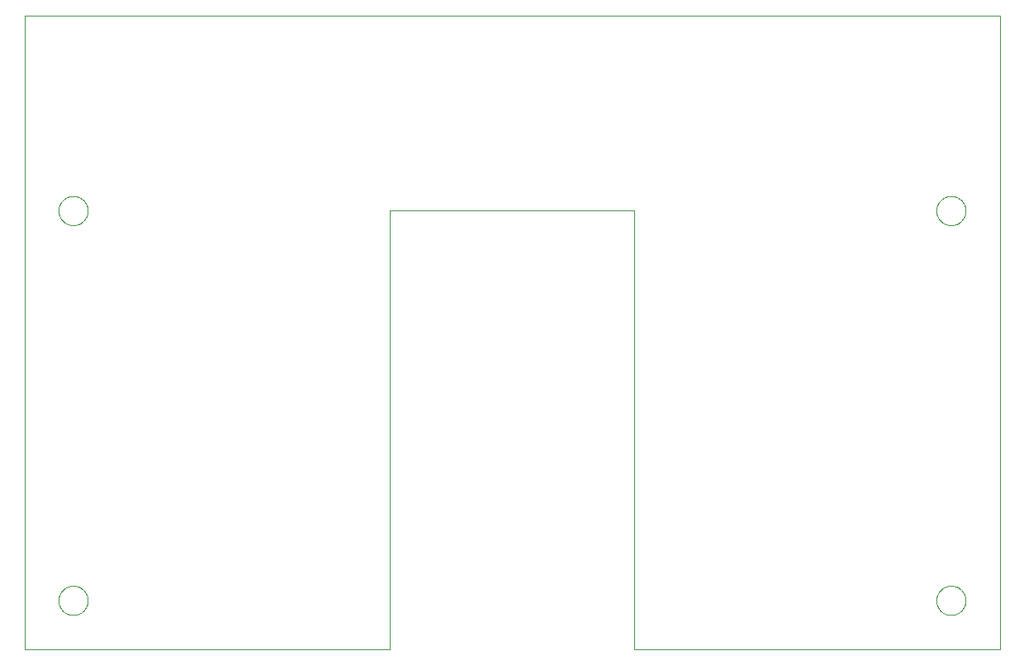
<source format=gbo>
G75*
%MOIN*%
%OFA0B0*%
%FSLAX25Y25*%
%IPPOS*%
%LPD*%
%AMOC8*
5,1,8,0,0,1.08239X$1,22.5*
%
%ADD10C,0.00000*%
D10*
X0004000Y0002257D02*
X0151638Y0002257D01*
X0151638Y0179423D01*
X0250063Y0179423D01*
X0250063Y0002257D01*
X0397701Y0002257D01*
X0397701Y0258163D01*
X0004000Y0258163D01*
X0004000Y0002257D01*
X0017779Y0021943D02*
X0017781Y0022096D01*
X0017787Y0022250D01*
X0017797Y0022403D01*
X0017811Y0022555D01*
X0017829Y0022708D01*
X0017851Y0022859D01*
X0017876Y0023010D01*
X0017906Y0023161D01*
X0017940Y0023311D01*
X0017977Y0023459D01*
X0018018Y0023607D01*
X0018063Y0023753D01*
X0018112Y0023899D01*
X0018165Y0024043D01*
X0018221Y0024185D01*
X0018281Y0024326D01*
X0018345Y0024466D01*
X0018412Y0024604D01*
X0018483Y0024740D01*
X0018558Y0024874D01*
X0018635Y0025006D01*
X0018717Y0025136D01*
X0018801Y0025264D01*
X0018889Y0025390D01*
X0018980Y0025513D01*
X0019074Y0025634D01*
X0019172Y0025752D01*
X0019272Y0025868D01*
X0019376Y0025981D01*
X0019482Y0026092D01*
X0019591Y0026200D01*
X0019703Y0026305D01*
X0019817Y0026406D01*
X0019935Y0026505D01*
X0020054Y0026601D01*
X0020176Y0026694D01*
X0020301Y0026783D01*
X0020428Y0026870D01*
X0020557Y0026952D01*
X0020688Y0027032D01*
X0020821Y0027108D01*
X0020956Y0027181D01*
X0021093Y0027250D01*
X0021232Y0027315D01*
X0021372Y0027377D01*
X0021514Y0027435D01*
X0021657Y0027490D01*
X0021802Y0027541D01*
X0021948Y0027588D01*
X0022095Y0027631D01*
X0022243Y0027670D01*
X0022392Y0027706D01*
X0022542Y0027737D01*
X0022693Y0027765D01*
X0022844Y0027789D01*
X0022997Y0027809D01*
X0023149Y0027825D01*
X0023302Y0027837D01*
X0023455Y0027845D01*
X0023608Y0027849D01*
X0023762Y0027849D01*
X0023915Y0027845D01*
X0024068Y0027837D01*
X0024221Y0027825D01*
X0024373Y0027809D01*
X0024526Y0027789D01*
X0024677Y0027765D01*
X0024828Y0027737D01*
X0024978Y0027706D01*
X0025127Y0027670D01*
X0025275Y0027631D01*
X0025422Y0027588D01*
X0025568Y0027541D01*
X0025713Y0027490D01*
X0025856Y0027435D01*
X0025998Y0027377D01*
X0026138Y0027315D01*
X0026277Y0027250D01*
X0026414Y0027181D01*
X0026549Y0027108D01*
X0026682Y0027032D01*
X0026813Y0026952D01*
X0026942Y0026870D01*
X0027069Y0026783D01*
X0027194Y0026694D01*
X0027316Y0026601D01*
X0027435Y0026505D01*
X0027553Y0026406D01*
X0027667Y0026305D01*
X0027779Y0026200D01*
X0027888Y0026092D01*
X0027994Y0025981D01*
X0028098Y0025868D01*
X0028198Y0025752D01*
X0028296Y0025634D01*
X0028390Y0025513D01*
X0028481Y0025390D01*
X0028569Y0025264D01*
X0028653Y0025136D01*
X0028735Y0025006D01*
X0028812Y0024874D01*
X0028887Y0024740D01*
X0028958Y0024604D01*
X0029025Y0024466D01*
X0029089Y0024326D01*
X0029149Y0024185D01*
X0029205Y0024043D01*
X0029258Y0023899D01*
X0029307Y0023753D01*
X0029352Y0023607D01*
X0029393Y0023459D01*
X0029430Y0023311D01*
X0029464Y0023161D01*
X0029494Y0023010D01*
X0029519Y0022859D01*
X0029541Y0022708D01*
X0029559Y0022555D01*
X0029573Y0022403D01*
X0029583Y0022250D01*
X0029589Y0022096D01*
X0029591Y0021943D01*
X0029589Y0021790D01*
X0029583Y0021636D01*
X0029573Y0021483D01*
X0029559Y0021331D01*
X0029541Y0021178D01*
X0029519Y0021027D01*
X0029494Y0020876D01*
X0029464Y0020725D01*
X0029430Y0020575D01*
X0029393Y0020427D01*
X0029352Y0020279D01*
X0029307Y0020133D01*
X0029258Y0019987D01*
X0029205Y0019843D01*
X0029149Y0019701D01*
X0029089Y0019560D01*
X0029025Y0019420D01*
X0028958Y0019282D01*
X0028887Y0019146D01*
X0028812Y0019012D01*
X0028735Y0018880D01*
X0028653Y0018750D01*
X0028569Y0018622D01*
X0028481Y0018496D01*
X0028390Y0018373D01*
X0028296Y0018252D01*
X0028198Y0018134D01*
X0028098Y0018018D01*
X0027994Y0017905D01*
X0027888Y0017794D01*
X0027779Y0017686D01*
X0027667Y0017581D01*
X0027553Y0017480D01*
X0027435Y0017381D01*
X0027316Y0017285D01*
X0027194Y0017192D01*
X0027069Y0017103D01*
X0026942Y0017016D01*
X0026813Y0016934D01*
X0026682Y0016854D01*
X0026549Y0016778D01*
X0026414Y0016705D01*
X0026277Y0016636D01*
X0026138Y0016571D01*
X0025998Y0016509D01*
X0025856Y0016451D01*
X0025713Y0016396D01*
X0025568Y0016345D01*
X0025422Y0016298D01*
X0025275Y0016255D01*
X0025127Y0016216D01*
X0024978Y0016180D01*
X0024828Y0016149D01*
X0024677Y0016121D01*
X0024526Y0016097D01*
X0024373Y0016077D01*
X0024221Y0016061D01*
X0024068Y0016049D01*
X0023915Y0016041D01*
X0023762Y0016037D01*
X0023608Y0016037D01*
X0023455Y0016041D01*
X0023302Y0016049D01*
X0023149Y0016061D01*
X0022997Y0016077D01*
X0022844Y0016097D01*
X0022693Y0016121D01*
X0022542Y0016149D01*
X0022392Y0016180D01*
X0022243Y0016216D01*
X0022095Y0016255D01*
X0021948Y0016298D01*
X0021802Y0016345D01*
X0021657Y0016396D01*
X0021514Y0016451D01*
X0021372Y0016509D01*
X0021232Y0016571D01*
X0021093Y0016636D01*
X0020956Y0016705D01*
X0020821Y0016778D01*
X0020688Y0016854D01*
X0020557Y0016934D01*
X0020428Y0017016D01*
X0020301Y0017103D01*
X0020176Y0017192D01*
X0020054Y0017285D01*
X0019935Y0017381D01*
X0019817Y0017480D01*
X0019703Y0017581D01*
X0019591Y0017686D01*
X0019482Y0017794D01*
X0019376Y0017905D01*
X0019272Y0018018D01*
X0019172Y0018134D01*
X0019074Y0018252D01*
X0018980Y0018373D01*
X0018889Y0018496D01*
X0018801Y0018622D01*
X0018717Y0018750D01*
X0018635Y0018880D01*
X0018558Y0019012D01*
X0018483Y0019146D01*
X0018412Y0019282D01*
X0018345Y0019420D01*
X0018281Y0019560D01*
X0018221Y0019701D01*
X0018165Y0019843D01*
X0018112Y0019987D01*
X0018063Y0020133D01*
X0018018Y0020279D01*
X0017977Y0020427D01*
X0017940Y0020575D01*
X0017906Y0020725D01*
X0017876Y0020876D01*
X0017851Y0021027D01*
X0017829Y0021178D01*
X0017811Y0021331D01*
X0017797Y0021483D01*
X0017787Y0021636D01*
X0017781Y0021790D01*
X0017779Y0021943D01*
X0017779Y0179423D02*
X0017781Y0179576D01*
X0017787Y0179730D01*
X0017797Y0179883D01*
X0017811Y0180035D01*
X0017829Y0180188D01*
X0017851Y0180339D01*
X0017876Y0180490D01*
X0017906Y0180641D01*
X0017940Y0180791D01*
X0017977Y0180939D01*
X0018018Y0181087D01*
X0018063Y0181233D01*
X0018112Y0181379D01*
X0018165Y0181523D01*
X0018221Y0181665D01*
X0018281Y0181806D01*
X0018345Y0181946D01*
X0018412Y0182084D01*
X0018483Y0182220D01*
X0018558Y0182354D01*
X0018635Y0182486D01*
X0018717Y0182616D01*
X0018801Y0182744D01*
X0018889Y0182870D01*
X0018980Y0182993D01*
X0019074Y0183114D01*
X0019172Y0183232D01*
X0019272Y0183348D01*
X0019376Y0183461D01*
X0019482Y0183572D01*
X0019591Y0183680D01*
X0019703Y0183785D01*
X0019817Y0183886D01*
X0019935Y0183985D01*
X0020054Y0184081D01*
X0020176Y0184174D01*
X0020301Y0184263D01*
X0020428Y0184350D01*
X0020557Y0184432D01*
X0020688Y0184512D01*
X0020821Y0184588D01*
X0020956Y0184661D01*
X0021093Y0184730D01*
X0021232Y0184795D01*
X0021372Y0184857D01*
X0021514Y0184915D01*
X0021657Y0184970D01*
X0021802Y0185021D01*
X0021948Y0185068D01*
X0022095Y0185111D01*
X0022243Y0185150D01*
X0022392Y0185186D01*
X0022542Y0185217D01*
X0022693Y0185245D01*
X0022844Y0185269D01*
X0022997Y0185289D01*
X0023149Y0185305D01*
X0023302Y0185317D01*
X0023455Y0185325D01*
X0023608Y0185329D01*
X0023762Y0185329D01*
X0023915Y0185325D01*
X0024068Y0185317D01*
X0024221Y0185305D01*
X0024373Y0185289D01*
X0024526Y0185269D01*
X0024677Y0185245D01*
X0024828Y0185217D01*
X0024978Y0185186D01*
X0025127Y0185150D01*
X0025275Y0185111D01*
X0025422Y0185068D01*
X0025568Y0185021D01*
X0025713Y0184970D01*
X0025856Y0184915D01*
X0025998Y0184857D01*
X0026138Y0184795D01*
X0026277Y0184730D01*
X0026414Y0184661D01*
X0026549Y0184588D01*
X0026682Y0184512D01*
X0026813Y0184432D01*
X0026942Y0184350D01*
X0027069Y0184263D01*
X0027194Y0184174D01*
X0027316Y0184081D01*
X0027435Y0183985D01*
X0027553Y0183886D01*
X0027667Y0183785D01*
X0027779Y0183680D01*
X0027888Y0183572D01*
X0027994Y0183461D01*
X0028098Y0183348D01*
X0028198Y0183232D01*
X0028296Y0183114D01*
X0028390Y0182993D01*
X0028481Y0182870D01*
X0028569Y0182744D01*
X0028653Y0182616D01*
X0028735Y0182486D01*
X0028812Y0182354D01*
X0028887Y0182220D01*
X0028958Y0182084D01*
X0029025Y0181946D01*
X0029089Y0181806D01*
X0029149Y0181665D01*
X0029205Y0181523D01*
X0029258Y0181379D01*
X0029307Y0181233D01*
X0029352Y0181087D01*
X0029393Y0180939D01*
X0029430Y0180791D01*
X0029464Y0180641D01*
X0029494Y0180490D01*
X0029519Y0180339D01*
X0029541Y0180188D01*
X0029559Y0180035D01*
X0029573Y0179883D01*
X0029583Y0179730D01*
X0029589Y0179576D01*
X0029591Y0179423D01*
X0029589Y0179270D01*
X0029583Y0179116D01*
X0029573Y0178963D01*
X0029559Y0178811D01*
X0029541Y0178658D01*
X0029519Y0178507D01*
X0029494Y0178356D01*
X0029464Y0178205D01*
X0029430Y0178055D01*
X0029393Y0177907D01*
X0029352Y0177759D01*
X0029307Y0177613D01*
X0029258Y0177467D01*
X0029205Y0177323D01*
X0029149Y0177181D01*
X0029089Y0177040D01*
X0029025Y0176900D01*
X0028958Y0176762D01*
X0028887Y0176626D01*
X0028812Y0176492D01*
X0028735Y0176360D01*
X0028653Y0176230D01*
X0028569Y0176102D01*
X0028481Y0175976D01*
X0028390Y0175853D01*
X0028296Y0175732D01*
X0028198Y0175614D01*
X0028098Y0175498D01*
X0027994Y0175385D01*
X0027888Y0175274D01*
X0027779Y0175166D01*
X0027667Y0175061D01*
X0027553Y0174960D01*
X0027435Y0174861D01*
X0027316Y0174765D01*
X0027194Y0174672D01*
X0027069Y0174583D01*
X0026942Y0174496D01*
X0026813Y0174414D01*
X0026682Y0174334D01*
X0026549Y0174258D01*
X0026414Y0174185D01*
X0026277Y0174116D01*
X0026138Y0174051D01*
X0025998Y0173989D01*
X0025856Y0173931D01*
X0025713Y0173876D01*
X0025568Y0173825D01*
X0025422Y0173778D01*
X0025275Y0173735D01*
X0025127Y0173696D01*
X0024978Y0173660D01*
X0024828Y0173629D01*
X0024677Y0173601D01*
X0024526Y0173577D01*
X0024373Y0173557D01*
X0024221Y0173541D01*
X0024068Y0173529D01*
X0023915Y0173521D01*
X0023762Y0173517D01*
X0023608Y0173517D01*
X0023455Y0173521D01*
X0023302Y0173529D01*
X0023149Y0173541D01*
X0022997Y0173557D01*
X0022844Y0173577D01*
X0022693Y0173601D01*
X0022542Y0173629D01*
X0022392Y0173660D01*
X0022243Y0173696D01*
X0022095Y0173735D01*
X0021948Y0173778D01*
X0021802Y0173825D01*
X0021657Y0173876D01*
X0021514Y0173931D01*
X0021372Y0173989D01*
X0021232Y0174051D01*
X0021093Y0174116D01*
X0020956Y0174185D01*
X0020821Y0174258D01*
X0020688Y0174334D01*
X0020557Y0174414D01*
X0020428Y0174496D01*
X0020301Y0174583D01*
X0020176Y0174672D01*
X0020054Y0174765D01*
X0019935Y0174861D01*
X0019817Y0174960D01*
X0019703Y0175061D01*
X0019591Y0175166D01*
X0019482Y0175274D01*
X0019376Y0175385D01*
X0019272Y0175498D01*
X0019172Y0175614D01*
X0019074Y0175732D01*
X0018980Y0175853D01*
X0018889Y0175976D01*
X0018801Y0176102D01*
X0018717Y0176230D01*
X0018635Y0176360D01*
X0018558Y0176492D01*
X0018483Y0176626D01*
X0018412Y0176762D01*
X0018345Y0176900D01*
X0018281Y0177040D01*
X0018221Y0177181D01*
X0018165Y0177323D01*
X0018112Y0177467D01*
X0018063Y0177613D01*
X0018018Y0177759D01*
X0017977Y0177907D01*
X0017940Y0178055D01*
X0017906Y0178205D01*
X0017876Y0178356D01*
X0017851Y0178507D01*
X0017829Y0178658D01*
X0017811Y0178811D01*
X0017797Y0178963D01*
X0017787Y0179116D01*
X0017781Y0179270D01*
X0017779Y0179423D01*
X0372110Y0179423D02*
X0372112Y0179576D01*
X0372118Y0179730D01*
X0372128Y0179883D01*
X0372142Y0180035D01*
X0372160Y0180188D01*
X0372182Y0180339D01*
X0372207Y0180490D01*
X0372237Y0180641D01*
X0372271Y0180791D01*
X0372308Y0180939D01*
X0372349Y0181087D01*
X0372394Y0181233D01*
X0372443Y0181379D01*
X0372496Y0181523D01*
X0372552Y0181665D01*
X0372612Y0181806D01*
X0372676Y0181946D01*
X0372743Y0182084D01*
X0372814Y0182220D01*
X0372889Y0182354D01*
X0372966Y0182486D01*
X0373048Y0182616D01*
X0373132Y0182744D01*
X0373220Y0182870D01*
X0373311Y0182993D01*
X0373405Y0183114D01*
X0373503Y0183232D01*
X0373603Y0183348D01*
X0373707Y0183461D01*
X0373813Y0183572D01*
X0373922Y0183680D01*
X0374034Y0183785D01*
X0374148Y0183886D01*
X0374266Y0183985D01*
X0374385Y0184081D01*
X0374507Y0184174D01*
X0374632Y0184263D01*
X0374759Y0184350D01*
X0374888Y0184432D01*
X0375019Y0184512D01*
X0375152Y0184588D01*
X0375287Y0184661D01*
X0375424Y0184730D01*
X0375563Y0184795D01*
X0375703Y0184857D01*
X0375845Y0184915D01*
X0375988Y0184970D01*
X0376133Y0185021D01*
X0376279Y0185068D01*
X0376426Y0185111D01*
X0376574Y0185150D01*
X0376723Y0185186D01*
X0376873Y0185217D01*
X0377024Y0185245D01*
X0377175Y0185269D01*
X0377328Y0185289D01*
X0377480Y0185305D01*
X0377633Y0185317D01*
X0377786Y0185325D01*
X0377939Y0185329D01*
X0378093Y0185329D01*
X0378246Y0185325D01*
X0378399Y0185317D01*
X0378552Y0185305D01*
X0378704Y0185289D01*
X0378857Y0185269D01*
X0379008Y0185245D01*
X0379159Y0185217D01*
X0379309Y0185186D01*
X0379458Y0185150D01*
X0379606Y0185111D01*
X0379753Y0185068D01*
X0379899Y0185021D01*
X0380044Y0184970D01*
X0380187Y0184915D01*
X0380329Y0184857D01*
X0380469Y0184795D01*
X0380608Y0184730D01*
X0380745Y0184661D01*
X0380880Y0184588D01*
X0381013Y0184512D01*
X0381144Y0184432D01*
X0381273Y0184350D01*
X0381400Y0184263D01*
X0381525Y0184174D01*
X0381647Y0184081D01*
X0381766Y0183985D01*
X0381884Y0183886D01*
X0381998Y0183785D01*
X0382110Y0183680D01*
X0382219Y0183572D01*
X0382325Y0183461D01*
X0382429Y0183348D01*
X0382529Y0183232D01*
X0382627Y0183114D01*
X0382721Y0182993D01*
X0382812Y0182870D01*
X0382900Y0182744D01*
X0382984Y0182616D01*
X0383066Y0182486D01*
X0383143Y0182354D01*
X0383218Y0182220D01*
X0383289Y0182084D01*
X0383356Y0181946D01*
X0383420Y0181806D01*
X0383480Y0181665D01*
X0383536Y0181523D01*
X0383589Y0181379D01*
X0383638Y0181233D01*
X0383683Y0181087D01*
X0383724Y0180939D01*
X0383761Y0180791D01*
X0383795Y0180641D01*
X0383825Y0180490D01*
X0383850Y0180339D01*
X0383872Y0180188D01*
X0383890Y0180035D01*
X0383904Y0179883D01*
X0383914Y0179730D01*
X0383920Y0179576D01*
X0383922Y0179423D01*
X0383920Y0179270D01*
X0383914Y0179116D01*
X0383904Y0178963D01*
X0383890Y0178811D01*
X0383872Y0178658D01*
X0383850Y0178507D01*
X0383825Y0178356D01*
X0383795Y0178205D01*
X0383761Y0178055D01*
X0383724Y0177907D01*
X0383683Y0177759D01*
X0383638Y0177613D01*
X0383589Y0177467D01*
X0383536Y0177323D01*
X0383480Y0177181D01*
X0383420Y0177040D01*
X0383356Y0176900D01*
X0383289Y0176762D01*
X0383218Y0176626D01*
X0383143Y0176492D01*
X0383066Y0176360D01*
X0382984Y0176230D01*
X0382900Y0176102D01*
X0382812Y0175976D01*
X0382721Y0175853D01*
X0382627Y0175732D01*
X0382529Y0175614D01*
X0382429Y0175498D01*
X0382325Y0175385D01*
X0382219Y0175274D01*
X0382110Y0175166D01*
X0381998Y0175061D01*
X0381884Y0174960D01*
X0381766Y0174861D01*
X0381647Y0174765D01*
X0381525Y0174672D01*
X0381400Y0174583D01*
X0381273Y0174496D01*
X0381144Y0174414D01*
X0381013Y0174334D01*
X0380880Y0174258D01*
X0380745Y0174185D01*
X0380608Y0174116D01*
X0380469Y0174051D01*
X0380329Y0173989D01*
X0380187Y0173931D01*
X0380044Y0173876D01*
X0379899Y0173825D01*
X0379753Y0173778D01*
X0379606Y0173735D01*
X0379458Y0173696D01*
X0379309Y0173660D01*
X0379159Y0173629D01*
X0379008Y0173601D01*
X0378857Y0173577D01*
X0378704Y0173557D01*
X0378552Y0173541D01*
X0378399Y0173529D01*
X0378246Y0173521D01*
X0378093Y0173517D01*
X0377939Y0173517D01*
X0377786Y0173521D01*
X0377633Y0173529D01*
X0377480Y0173541D01*
X0377328Y0173557D01*
X0377175Y0173577D01*
X0377024Y0173601D01*
X0376873Y0173629D01*
X0376723Y0173660D01*
X0376574Y0173696D01*
X0376426Y0173735D01*
X0376279Y0173778D01*
X0376133Y0173825D01*
X0375988Y0173876D01*
X0375845Y0173931D01*
X0375703Y0173989D01*
X0375563Y0174051D01*
X0375424Y0174116D01*
X0375287Y0174185D01*
X0375152Y0174258D01*
X0375019Y0174334D01*
X0374888Y0174414D01*
X0374759Y0174496D01*
X0374632Y0174583D01*
X0374507Y0174672D01*
X0374385Y0174765D01*
X0374266Y0174861D01*
X0374148Y0174960D01*
X0374034Y0175061D01*
X0373922Y0175166D01*
X0373813Y0175274D01*
X0373707Y0175385D01*
X0373603Y0175498D01*
X0373503Y0175614D01*
X0373405Y0175732D01*
X0373311Y0175853D01*
X0373220Y0175976D01*
X0373132Y0176102D01*
X0373048Y0176230D01*
X0372966Y0176360D01*
X0372889Y0176492D01*
X0372814Y0176626D01*
X0372743Y0176762D01*
X0372676Y0176900D01*
X0372612Y0177040D01*
X0372552Y0177181D01*
X0372496Y0177323D01*
X0372443Y0177467D01*
X0372394Y0177613D01*
X0372349Y0177759D01*
X0372308Y0177907D01*
X0372271Y0178055D01*
X0372237Y0178205D01*
X0372207Y0178356D01*
X0372182Y0178507D01*
X0372160Y0178658D01*
X0372142Y0178811D01*
X0372128Y0178963D01*
X0372118Y0179116D01*
X0372112Y0179270D01*
X0372110Y0179423D01*
X0372110Y0021943D02*
X0372112Y0022096D01*
X0372118Y0022250D01*
X0372128Y0022403D01*
X0372142Y0022555D01*
X0372160Y0022708D01*
X0372182Y0022859D01*
X0372207Y0023010D01*
X0372237Y0023161D01*
X0372271Y0023311D01*
X0372308Y0023459D01*
X0372349Y0023607D01*
X0372394Y0023753D01*
X0372443Y0023899D01*
X0372496Y0024043D01*
X0372552Y0024185D01*
X0372612Y0024326D01*
X0372676Y0024466D01*
X0372743Y0024604D01*
X0372814Y0024740D01*
X0372889Y0024874D01*
X0372966Y0025006D01*
X0373048Y0025136D01*
X0373132Y0025264D01*
X0373220Y0025390D01*
X0373311Y0025513D01*
X0373405Y0025634D01*
X0373503Y0025752D01*
X0373603Y0025868D01*
X0373707Y0025981D01*
X0373813Y0026092D01*
X0373922Y0026200D01*
X0374034Y0026305D01*
X0374148Y0026406D01*
X0374266Y0026505D01*
X0374385Y0026601D01*
X0374507Y0026694D01*
X0374632Y0026783D01*
X0374759Y0026870D01*
X0374888Y0026952D01*
X0375019Y0027032D01*
X0375152Y0027108D01*
X0375287Y0027181D01*
X0375424Y0027250D01*
X0375563Y0027315D01*
X0375703Y0027377D01*
X0375845Y0027435D01*
X0375988Y0027490D01*
X0376133Y0027541D01*
X0376279Y0027588D01*
X0376426Y0027631D01*
X0376574Y0027670D01*
X0376723Y0027706D01*
X0376873Y0027737D01*
X0377024Y0027765D01*
X0377175Y0027789D01*
X0377328Y0027809D01*
X0377480Y0027825D01*
X0377633Y0027837D01*
X0377786Y0027845D01*
X0377939Y0027849D01*
X0378093Y0027849D01*
X0378246Y0027845D01*
X0378399Y0027837D01*
X0378552Y0027825D01*
X0378704Y0027809D01*
X0378857Y0027789D01*
X0379008Y0027765D01*
X0379159Y0027737D01*
X0379309Y0027706D01*
X0379458Y0027670D01*
X0379606Y0027631D01*
X0379753Y0027588D01*
X0379899Y0027541D01*
X0380044Y0027490D01*
X0380187Y0027435D01*
X0380329Y0027377D01*
X0380469Y0027315D01*
X0380608Y0027250D01*
X0380745Y0027181D01*
X0380880Y0027108D01*
X0381013Y0027032D01*
X0381144Y0026952D01*
X0381273Y0026870D01*
X0381400Y0026783D01*
X0381525Y0026694D01*
X0381647Y0026601D01*
X0381766Y0026505D01*
X0381884Y0026406D01*
X0381998Y0026305D01*
X0382110Y0026200D01*
X0382219Y0026092D01*
X0382325Y0025981D01*
X0382429Y0025868D01*
X0382529Y0025752D01*
X0382627Y0025634D01*
X0382721Y0025513D01*
X0382812Y0025390D01*
X0382900Y0025264D01*
X0382984Y0025136D01*
X0383066Y0025006D01*
X0383143Y0024874D01*
X0383218Y0024740D01*
X0383289Y0024604D01*
X0383356Y0024466D01*
X0383420Y0024326D01*
X0383480Y0024185D01*
X0383536Y0024043D01*
X0383589Y0023899D01*
X0383638Y0023753D01*
X0383683Y0023607D01*
X0383724Y0023459D01*
X0383761Y0023311D01*
X0383795Y0023161D01*
X0383825Y0023010D01*
X0383850Y0022859D01*
X0383872Y0022708D01*
X0383890Y0022555D01*
X0383904Y0022403D01*
X0383914Y0022250D01*
X0383920Y0022096D01*
X0383922Y0021943D01*
X0383920Y0021790D01*
X0383914Y0021636D01*
X0383904Y0021483D01*
X0383890Y0021331D01*
X0383872Y0021178D01*
X0383850Y0021027D01*
X0383825Y0020876D01*
X0383795Y0020725D01*
X0383761Y0020575D01*
X0383724Y0020427D01*
X0383683Y0020279D01*
X0383638Y0020133D01*
X0383589Y0019987D01*
X0383536Y0019843D01*
X0383480Y0019701D01*
X0383420Y0019560D01*
X0383356Y0019420D01*
X0383289Y0019282D01*
X0383218Y0019146D01*
X0383143Y0019012D01*
X0383066Y0018880D01*
X0382984Y0018750D01*
X0382900Y0018622D01*
X0382812Y0018496D01*
X0382721Y0018373D01*
X0382627Y0018252D01*
X0382529Y0018134D01*
X0382429Y0018018D01*
X0382325Y0017905D01*
X0382219Y0017794D01*
X0382110Y0017686D01*
X0381998Y0017581D01*
X0381884Y0017480D01*
X0381766Y0017381D01*
X0381647Y0017285D01*
X0381525Y0017192D01*
X0381400Y0017103D01*
X0381273Y0017016D01*
X0381144Y0016934D01*
X0381013Y0016854D01*
X0380880Y0016778D01*
X0380745Y0016705D01*
X0380608Y0016636D01*
X0380469Y0016571D01*
X0380329Y0016509D01*
X0380187Y0016451D01*
X0380044Y0016396D01*
X0379899Y0016345D01*
X0379753Y0016298D01*
X0379606Y0016255D01*
X0379458Y0016216D01*
X0379309Y0016180D01*
X0379159Y0016149D01*
X0379008Y0016121D01*
X0378857Y0016097D01*
X0378704Y0016077D01*
X0378552Y0016061D01*
X0378399Y0016049D01*
X0378246Y0016041D01*
X0378093Y0016037D01*
X0377939Y0016037D01*
X0377786Y0016041D01*
X0377633Y0016049D01*
X0377480Y0016061D01*
X0377328Y0016077D01*
X0377175Y0016097D01*
X0377024Y0016121D01*
X0376873Y0016149D01*
X0376723Y0016180D01*
X0376574Y0016216D01*
X0376426Y0016255D01*
X0376279Y0016298D01*
X0376133Y0016345D01*
X0375988Y0016396D01*
X0375845Y0016451D01*
X0375703Y0016509D01*
X0375563Y0016571D01*
X0375424Y0016636D01*
X0375287Y0016705D01*
X0375152Y0016778D01*
X0375019Y0016854D01*
X0374888Y0016934D01*
X0374759Y0017016D01*
X0374632Y0017103D01*
X0374507Y0017192D01*
X0374385Y0017285D01*
X0374266Y0017381D01*
X0374148Y0017480D01*
X0374034Y0017581D01*
X0373922Y0017686D01*
X0373813Y0017794D01*
X0373707Y0017905D01*
X0373603Y0018018D01*
X0373503Y0018134D01*
X0373405Y0018252D01*
X0373311Y0018373D01*
X0373220Y0018496D01*
X0373132Y0018622D01*
X0373048Y0018750D01*
X0372966Y0018880D01*
X0372889Y0019012D01*
X0372814Y0019146D01*
X0372743Y0019282D01*
X0372676Y0019420D01*
X0372612Y0019560D01*
X0372552Y0019701D01*
X0372496Y0019843D01*
X0372443Y0019987D01*
X0372394Y0020133D01*
X0372349Y0020279D01*
X0372308Y0020427D01*
X0372271Y0020575D01*
X0372237Y0020725D01*
X0372207Y0020876D01*
X0372182Y0021027D01*
X0372160Y0021178D01*
X0372142Y0021331D01*
X0372128Y0021483D01*
X0372118Y0021636D01*
X0372112Y0021790D01*
X0372110Y0021943D01*
M02*

</source>
